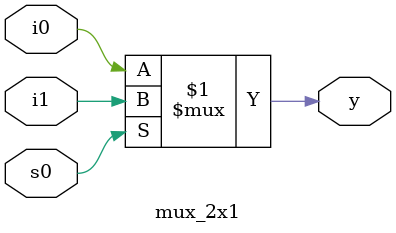
<source format=v>
module mux_2x1(i0,i1,y,s0);
(*keep=1*)input i0,i1,s0;
 (*keep=1*)output  y;
assign y=s0?i1:i0;
endmodule 
</source>
